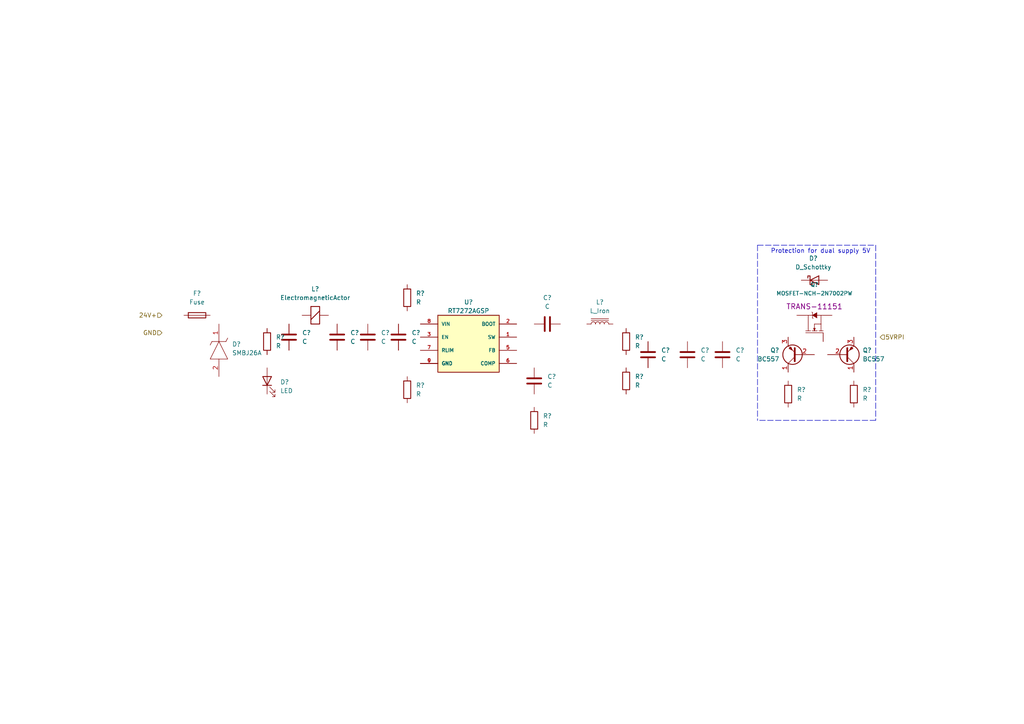
<source format=kicad_sch>
(kicad_sch (version 20211123) (generator eeschema)
  (paper "A4")
  (lib_symbols
    (symbol "Device:C" (pin_numbers hide) (pin_names (offset 0.254))
      (property "Reference" "C" (at 0.635 2.54 0))
      (property "Value" "C" (at 0.635 -2.54 0))
      (symbol "C_0_1"
        (polyline (pts (xy -2.032 -0.762) (xy 2.032 -0.762)) (stroke (width 0.508)))
        (polyline (pts (xy -2.032 0.762) (xy 2.032 0.762)) (stroke (width 0.508)))
      )
      (symbol "C_1_1"
        (pin passive line (at 0 3.81 270) (length 2.794) (name "~") (number "1"))
        (pin passive line (at 0 -3.81 90) (length 2.794) (name "~") (number "2"))
      )
    )
    (symbol "Device:D_Schottky" (pin_numbers hide) (pin_names (offset 1.016) hide)
      (property "Reference" "D" (at 0 2.54 0))
      (property "Value" "D_Schottky" (at 0 -2.54 0))
      (symbol "D_Schottky_0_1"
        (polyline (pts (xy 1.27 0) (xy -1.27 0)))
        (polyline (pts (xy 1.27 1.27) (xy 1.27 -1.27) (xy -1.27 0) (xy 1.27 1.27)) (stroke (width 0.254)))
        (polyline (pts (xy -1.905 0.635) (xy -1.905 1.27) (xy -1.27 1.27) (xy -1.27 -1.27) (xy -0.635 -1.27) (xy -0.635 -0.635)) (stroke (width 0.254)))
      )
      (symbol "D_Schottky_1_1"
        (pin passive line (at -3.81 0 0) (length 2.54) (name "K") (number "1"))
        (pin passive line (at 3.81 0 180) (length 2.54) (name "A") (number "2"))
      )
    )
    (symbol "Device:ElectromagneticActor" (pin_numbers hide) (pin_names (offset 0.0254) hide)
      (property "Reference" "L" (at 1.27 3.81 0))
      (property "Value" "ElectromagneticActor" (at 1.27 -1.27 0))
      (symbol "ElectromagneticActor_0_1"
        (rectangle (start -2.54 2.54) (end 2.54 0) (stroke (width 0.254)))
        (polyline (pts (xy -1.27 2.54) (xy 1.27 0)) (stroke (width 0.254)))
      )
      (symbol "ElectromagneticActor_1_1"
        (pin passive line (at 0 5.08 270) (length 2.54) (name "-") (number "1"))
        (pin passive line (at 0 -2.54 90) (length 2.54) (name "+") (number "2"))
      )
    )
    (symbol "Device:Fuse" (pin_numbers hide) (pin_names (offset 0))
      (property "Reference" "F" (at 2.032 0 90))
      (property "Value" "Fuse" (at -1.905 0 90))
      (symbol "Fuse_0_1"
        (rectangle (start -0.762 -2.54) (end 0.762 2.54) (stroke (width 0.254)))
        (polyline (pts (xy 0 2.54) (xy 0 -2.54)))
      )
      (symbol "Fuse_1_1"
        (pin passive line (at 0 3.81 270) (length 1.27) (name "~") (number "1"))
        (pin passive line (at 0 -3.81 90) (length 1.27) (name "~") (number "2"))
      )
    )
    (symbol "Device:LED" (pin_numbers hide) (pin_names (offset 1.016) hide)
      (property "Reference" "D" (at 0 2.54 0))
      (property "Value" "LED" (at 0 -2.54 0))
      (symbol "LED_0_1"
        (polyline (pts (xy -1.27 -1.27) (xy -1.27 1.27)) (stroke (width 0.254)))
        (polyline (pts (xy -1.27 0) (xy 1.27 0)))
        (polyline (pts (xy 1.27 -1.27) (xy 1.27 1.27) (xy -1.27 0) (xy 1.27 -1.27)) (stroke (width 0.254)))
        (polyline (pts (xy -3.048 -0.762) (xy -4.572 -2.286) (xy -3.81 -2.286) (xy -4.572 -2.286) (xy -4.572 -1.524)))
        (polyline (pts (xy -1.778 -0.762) (xy -3.302 -2.286) (xy -2.54 -2.286) (xy -3.302 -2.286) (xy -3.302 -1.524)))
      )
      (symbol "LED_1_1"
        (pin passive line (at -3.81 0 0) (length 2.54) (name "K") (number "1"))
        (pin passive line (at 3.81 0 180) (length 2.54) (name "A") (number "2"))
      )
    )
    (symbol "Device:L_Iron" (pin_numbers hide) (pin_names (offset 1.016) hide)
      (property "Reference" "L" (at -1.27 0 90))
      (property "Value" "L_Iron" (at 2.794 0 90))
      (symbol "L_Iron_0_1"
        (arc (start 0 -2.54) (mid 0.635 -1.905) (end 0 -1.27))
        (arc (start 0 -1.27) (mid 0.635 -0.635) (end 0 0))
        (polyline (pts (xy 1.016 2.54) (xy 1.016 -2.54)))
        (polyline (pts (xy 1.524 -2.54) (xy 1.524 2.54)))
        (arc (start 0 0) (mid 0.635 0.635) (end 0 1.27))
        (arc (start 0 1.27) (mid 0.635 1.905) (end 0 2.54))
      )
      (symbol "L_Iron_1_1"
        (pin passive line (at 0 3.81 270) (length 1.27) (name "1") (number "1"))
        (pin passive line (at 0 -3.81 90) (length 1.27) (name "2") (number "2"))
      )
    )
    (symbol "Device:R" (pin_numbers hide) (pin_names (offset 0))
      (property "Reference" "R" (at 2.032 0 90))
      (property "Value" "R" (at 0 0 90))
      (symbol "R_0_1"
        (rectangle (start -1.016 -2.54) (end 1.016 2.54) (stroke (width 0.254)))
      )
      (symbol "R_1_1"
        (pin passive line (at 0 3.81 270) (length 1.27) (name "~") (number "1"))
        (pin passive line (at 0 -3.81 90) (length 1.27) (name "~") (number "2"))
      )
    )
    (symbol "RT7272AGSP:RT7272AGSP" (pin_names (offset 1.016))
      (property "Reference" "U?" (at 0 13.97 0))
      (property "Value" "RT7272AGSP" (at 0 11.43 0))
      (symbol "RT7272AGSP_0_0"
        (rectangle (start -8.89 10.16) (end 8.89 -6.35) (stroke (width 0.254)) (fill (type background)))
        (pin output line (at 13.97 3.81 180) (length 5.08) (name "SW") (number "1"))
        (pin input line (at 13.97 7.62 180) (length 5.08) (name "BOOT") (number "2"))
        (pin input line (at -13.97 3.81 0) (length 5.08) (name "EN") (number "3"))
        (pin power_in line (at -13.97 -3.81 0) (length 5.08) (name "GND") (number "4"))
        (pin input line (at 13.97 0 180) (length 5.08) (name "FB") (number "5"))
        (pin passive line (at 13.97 -3.81 180) (length 5.08) (name "COMP") (number "6"))
        (pin passive line (at -13.97 0 0) (length 5.08) (name "RLIM") (number "7"))
        (pin input line (at -13.97 7.62 0) (length 5.08) (name "VIN") (number "8"))
        (pin power_in line (at -13.97 -3.81 0) (length 5.08) (name "GND") (number "9"))
      )
    )
    (symbol "SamacSys_Parts:SMBJ26A" (pin_names (offset 0.762))
      (property "Reference" "D" (at 10.16 8.89 0))
      (property "Value" "SMBJ26A" (at 10.16 6.35 0))
      (symbol "SMBJ26A_0_0"
        (pin passive line (at 0 0 0) (length 5.08) (name "~") (number "1"))
        (pin passive line (at 15.24 0 180) (length 5.08) (name "~") (number "2"))
      )
      (symbol "SMBJ26A_0_1"
        (polyline (pts (xy 4.064 2.54) (xy 5.08 2.032)) (stroke (width 0.1524)))
        (polyline (pts (xy 5.08 -2.032) (xy 5.08 2.032)) (stroke (width 0.1524)))
        (polyline (pts (xy 5.08 -2.032) (xy 6.096 -2.54)) (stroke (width 0.1524)))
        (polyline (pts (xy 5.08 0) (xy 10.16 2.54) (xy 10.16 -2.54) (xy 5.08 0)) (stroke (width 0.1524)))
      )
    )
    (symbol "SparkFun-DiscreteSemi:MOSFET-NCH-2N7002PW" (pin_numbers hide) (pin_names (offset 1.016) hide)
      (property "Reference" "Q" (at 3.81 3.81 0))
      (property "Value" "MOSFET-NCH-2N7002PW" (at 3.81 -5.08 0))
      (property "Field4" "TRANS-11151" (at 0 8.89 0))
      (symbol "MOSFET-NCH-2N7002PW_1_0"
        (polyline (pts (xy -2.54 -2.54) (xy -2.54 2.54)))
        (polyline (pts (xy -1.9812 -1.905) (xy -1.9812 -2.54)))
        (polyline (pts (xy -1.9812 -1.905) (xy 0 -1.905)))
        (polyline (pts (xy -1.9812 -1.2954) (xy -1.9812 -1.905)))
        (polyline (pts (xy -1.9812 0.6858) (xy -1.9812 -0.8382)))
        (polyline (pts (xy -1.9812 1.8034) (xy -1.9812 1.0922)))
        (polyline (pts (xy -1.9812 1.8034) (xy 2.54 1.8034)))
        (polyline (pts (xy -1.9812 2.54) (xy -1.9812 1.8034)))
        (polyline (pts (xy 0 -1.905) (xy 0 0)))
        (polyline (pts (xy 0 0) (xy -1.2192 0)))
        (polyline (pts (xy 1.6002 0.381) (xy 1.778 0.5588)))
        (polyline (pts (xy 2.54 -2.54) (xy 2.54 -1.905)))
        (polyline (pts (xy 2.54 -1.905) (xy 0 -1.905)))
        (polyline (pts (xy 2.54 -0.7112) (xy 2.54 -1.905)))
        (polyline (pts (xy 2.54 0.5588) (xy 1.778 0.5588)))
        (polyline (pts (xy 2.54 0.5588) (xy 3.302 0.5588)))
        (polyline (pts (xy 2.54 1.8034) (xy 2.54 0.5588)))
        (polyline (pts (xy 2.54 2.54) (xy 2.54 1.8034)))
        (polyline (pts (xy 3.302 0.5588) (xy 3.4798 0.7366)))
      )
      (symbol "MOSFET-NCH-2N7002PW_1_1"
        (polyline (pts (xy -1.9812 0) (xy -1.2192 0.254) (xy -1.2192 0.254) (xy -1.2192 -0.254) (xy -1.2192 -0.254) (xy -1.9812 0)) (fill (type outline)))
        (polyline (pts (xy 1.778 -0.7112) (xy 2.54 0.5588) (xy 2.54 0.5588) (xy 3.302 -0.7112) (xy 3.302 -0.7112) (xy 1.778 -0.7112)) (fill (type outline)))
        (pin bidirectional line (at -5.08 -2.54 0) (length 2.54) (name "G") (number "1"))
        (pin bidirectional line (at 2.54 -5.08 90) (length 2.54) (name "S") (number "2"))
        (pin bidirectional line (at 2.54 5.08 270) (length 2.54) (name "D") (number "3"))
      )
    )
    (symbol "Transistor_BJT:BC557" (pin_names (offset 0) hide)
      (property "Reference" "Q" (at 5.08 1.905 0))
      (property "Value" "BC557" (at 5.08 0 0))
      (symbol "BC557_0_1"
        (polyline (pts (xy 0.635 0.635) (xy 2.54 2.54)))
        (polyline (pts (xy 0.635 -0.635) (xy 2.54 -2.54) (xy 2.54 -2.54)))
        (polyline (pts (xy 0.635 1.905) (xy 0.635 -1.905) (xy 0.635 -1.905)) (stroke (width 0.508)))
        (polyline (pts (xy 2.286 -1.778) (xy 1.778 -2.286) (xy 1.27 -1.27) (xy 2.286 -1.778) (xy 2.286 -1.778)) (fill (type outline)))
        (circle (center 1.27 0) (radius 2.8194) (stroke (width 0.254)))
      )
      (symbol "BC557_1_1"
        (pin passive line (at 2.54 5.08 270) (length 2.54) (name "C") (number "1"))
        (pin input line (at -5.08 0 0) (length 5.715) (name "B") (number "2"))
        (pin passive line (at 2.54 -5.08 90) (length 2.54) (name "E") (number "3"))
      )
    )
  )
  (polyline (pts (xy 219.71 71.12) (xy 219.71 121.92)))
  (polyline (pts (xy 254 121.92) (xy 219.71 121.92)))
  (polyline (pts (xy 219.71 71.12) (xy 254 71.12)))
  (polyline (pts (xy 254 71.12) (xy 254 121.92)))
  (text "Protection for dual supply 5V" (at 223.52 73.66 0) (effects (font (size 1.27 1.27)) (justify left bottom)))
  (hierarchical_label "24V+" (shape input) (at 46.99 91.44 180))
  (hierarchical_label "5VRPI" (shape input) (at 255.27 97.79 0))
  (hierarchical_label "GND" (shape input) (at 46.99 96.52 180))
  (symbol (lib_id "Device:R") (at 77.47 99.06 0) (unit 1)
    (property "Reference" "R?" (at 80.01 97.7899 0) (effects (justify left)))
    (property "Value" "R" (at 80.01 100.3299 0) (effects (justify left)))
  )
  (symbol (lib_id "Device:R") (at 247.65 114.3 0) (unit 1)
    (property "Reference" "R?" (at 250.19 113.0299 0) (effects (justify left)))
    (property "Value" "R" (at 250.19 115.5699 0) (effects (justify left)))
  )
  (symbol (lib_id "Transistor_BJT:BC557") (at 231.14 102.87 180) (unit 1)
    (property "Reference" "Q?" (at 226.06 101.5999 0) (effects (justify left)))
    (property "Value" "BC557" (at 226.06 104.1399 0) (effects (justify left)))
    (property "Footprint" "Package_TO_SOT_THT:TO-92_Inline" (effects hide))
    (property "Datasheet" "https://www.onsemi.com/pub/Collateral/BC556BTA-D.pdf" (effects hide))
  )
  (symbol (lib_id "Device:R") (at 118.11 86.36 0) (unit 1)
    (property "Reference" "R?" (at 120.65 85.0899 0) (effects (justify left)))
    (property "Value" "R" (at 120.65 87.6299 0) (effects (justify left)))
  )
  (symbol (lib_id "Device:R") (at 154.94 121.92 0) (unit 1)
    (property "Reference" "R?" (at 157.48 120.6499 0) (effects (justify left)))
    (property "Value" "R" (at 157.48 123.1899 0) (effects (justify left)))
  )
  (symbol (lib_id "Device:R") (at 118.11 113.03 0) (unit 1)
    (property "Reference" "R?" (at 120.65 111.7599 0) (effects (justify left)))
    (property "Value" "R" (at 120.65 114.2999 0) (effects (justify left)))
  )
  (symbol (lib_id "Device:R") (at 228.6 114.3 0) (unit 1)
    (property "Reference" "R?" (at 231.14 113.0299 0) (effects (justify left)))
    (property "Value" "R" (at 231.14 115.5699 0) (effects (justify left)))
  )
  (symbol (lib_id "SparkFun-DiscreteSemi:MOSFET-NCH-2N7002PW") (at 236.22 93.98 90) (unit 1)
    (property "Reference" "Q?" (at 236.22 82.55 90) (effects (font (size 1.143 1.143))))
    (property "Value" "MOSFET-NCH-2N7002PW" (at 236.22 85.09 90) (effects (font (size 1.143 1.143))))
    (property "Footprint" "SOT323" (effects hide))
    (property "Field4" "TRANS-11151" (at 236.22 88.9 90) (effects (font (size 1.524 1.524))))
  )
  (symbol (lib_id "Device:C") (at 83.82 97.79 0) (unit 1)
    (property "Reference" "C?" (at 87.63 96.5199 0) (effects (justify left)))
    (property "Value" "C" (at 87.63 99.0599 0) (effects (justify left)))
  )
  (symbol (lib_id "Device:C") (at 199.39 102.87 180) (unit 1)
    (property "Reference" "C?" (at 203.2 101.5999 0) (effects (justify right)))
    (property "Value" "C" (at 203.2 104.1399 0) (effects (justify right)))
  )
  (symbol (lib_id "Device:C") (at 106.68 97.79 0) (unit 1)
    (property "Reference" "C?" (at 110.49 96.5199 0) (effects (justify left)))
    (property "Value" "C" (at 110.49 99.0599 0) (effects (justify left)))
  )
  (symbol (lib_id "Device:C") (at 187.96 102.87 180) (unit 1)
    (property "Reference" "C?" (at 191.77 101.5999 0) (effects (justify right)))
    (property "Value" "C" (at 191.77 104.1399 0) (effects (justify right)))
  )
  (symbol (lib_id "Transistor_BJT:BC557") (at 245.11 102.87 0) (mirror x) (unit 1)
    (property "Reference" "Q?" (at 250.19 101.5999 0) (effects (justify left)))
    (property "Value" "BC557" (at 250.19 104.1399 0) (effects (justify left)))
    (property "Footprint" "Package_TO_SOT_THT:TO-92_Inline" (effects hide))
    (property "Datasheet" "https://www.onsemi.com/pub/Collateral/BC556BTA-D.pdf" (effects hide))
  )
  (symbol (lib_id "Device:C") (at 209.55 102.87 180) (unit 1)
    (property "Reference" "C?" (at 213.36 101.5999 0) (effects (justify right)))
    (property "Value" "C" (at 213.36 104.1399 0) (effects (justify right)))
  )
  (symbol (lib_id "Device:C") (at 97.79 97.79 0) (unit 1)
    (property "Reference" "C?" (at 101.6 96.5199 0) (effects (justify left)))
    (property "Value" "C" (at 101.6 99.0599 0) (effects (justify left)))
  )
  (symbol (lib_id "Device:D_Schottky") (at 236.22 81.28 0) (unit 1)
    (property "Reference" "D?" (at 235.9025 74.93 0))
    (property "Value" "D_Schottky" (at 235.9025 77.47 0))
  )
  (symbol (lib_id "SamacSys_Parts:SMBJ26A") (at 63.5 93.98 270) (unit 1)
    (property "Reference" "D?" (at 67.31 99.8219 90) (effects (justify left)))
    (property "Value" "SMBJ26A" (at 67.31 102.3619 90) (effects (justify left)))
    (property "Footprint" "DIOM5436X244N" (effects hide))
    (property "Datasheet" "https://www.bourns.com/docs/product-datasheets/smbj.pdf?sfvrsn=34552159_17" (effects hide))
    (property "Description" "TVS Diode Single Uni-Dir 26V 600W 2-Pin SMB T/R" (effects hide))
    (property "Height" "2.44" (effects hide))
    (property "Mouser Part Number" "652-SMBJ26A" (effects hide))
    (property "Mouser Price/Stock" "https://www.mouser.co.uk/ProductDetail/Bourns/SMBJ26A?qs=%252Bf8Cd6aE5bzyuNXx4QjGJA%3D%3D" (effects hide))
    (property "Manufacturer_Name" "Bourns" (effects hide))
    (property "Manufacturer_Part_Number" "SMBJ26A" (effects hide))
  )
  (symbol (lib_id "RT7272AGSP:RT7272AGSP") (at 135.89 101.6 0) (unit 1)
    (property "Reference" "U?" (at 135.89 87.63 0))
    (property "Value" "RT7272AGSP" (at 135.89 90.17 0))
    (property "Footprint" "SOIC127P599X175-9N" (effects hide))
    (property "MAXIMUM_PACKAGE_HEIGHT" "1.753 mm" (effects hide))
    (property "STANDARD" "IPC-7351B" (effects hide))
    (property "PARTREV" "June 2015" (effects hide))
    (property "MANUFACTURER" "Richtek USA Inc." (effects hide))
  )
  (symbol (lib_id "Device:LED") (at 77.47 110.49 90) (unit 1)
    (property "Reference" "D?" (at 81.28 110.8074 90) (effects (justify right)))
    (property "Value" "LED" (at 81.28 113.3474 90) (effects (justify right)))
  )
  (symbol (lib_id "Device:ElectromagneticActor") (at 92.71 91.44 90) (unit 1)
    (property "Reference" "L?" (at 91.44 83.82 90))
    (property "Value" "ElectromagneticActor" (at 91.44 86.36 90))
  )
  (symbol (lib_id "Device:C") (at 115.57 97.79 0) (unit 1)
    (property "Reference" "C?" (at 119.38 96.5199 0) (effects (justify left)))
    (property "Value" "C" (at 119.38 99.0599 0) (effects (justify left)))
  )
  (symbol (lib_id "Device:C") (at 154.94 110.49 180) (unit 1)
    (property "Reference" "C?" (at 158.75 109.2199 0) (effects (justify right)))
    (property "Value" "C" (at 158.75 111.7599 0) (effects (justify right)))
  )
  (symbol (lib_id "Device:R") (at 181.61 99.06 0) (unit 1)
    (property "Reference" "R?" (at 184.15 97.7899 0) (effects (justify left)))
    (property "Value" "R" (at 184.15 100.3299 0) (effects (justify left)))
  )
  (symbol (lib_id "Device:R") (at 181.61 110.49 0) (unit 1)
    (property "Reference" "R?" (at 184.15 109.2199 0) (effects (justify left)))
    (property "Value" "R" (at 184.15 111.7599 0) (effects (justify left)))
  )
  (symbol (lib_id "Device:C") (at 158.75 93.98 90) (unit 1)
    (property "Reference" "C?" (at 158.75 86.36 90))
    (property "Value" "C" (at 158.75 88.9 90))
  )
  (symbol (lib_id "Device:L_Iron") (at 173.99 93.98 90) (unit 1)
    (property "Reference" "L?" (at 173.99 87.63 90))
    (property "Value" "L_Iron" (at 173.99 90.17 90))
  )
  (symbol (lib_id "Device:Fuse") (at 57.15 91.44 90) (unit 1)
    (property "Reference" "F?" (at 57.15 85.09 90))
    (property "Value" "Fuse" (at 57.15 87.63 90))
  )
)
</source>
